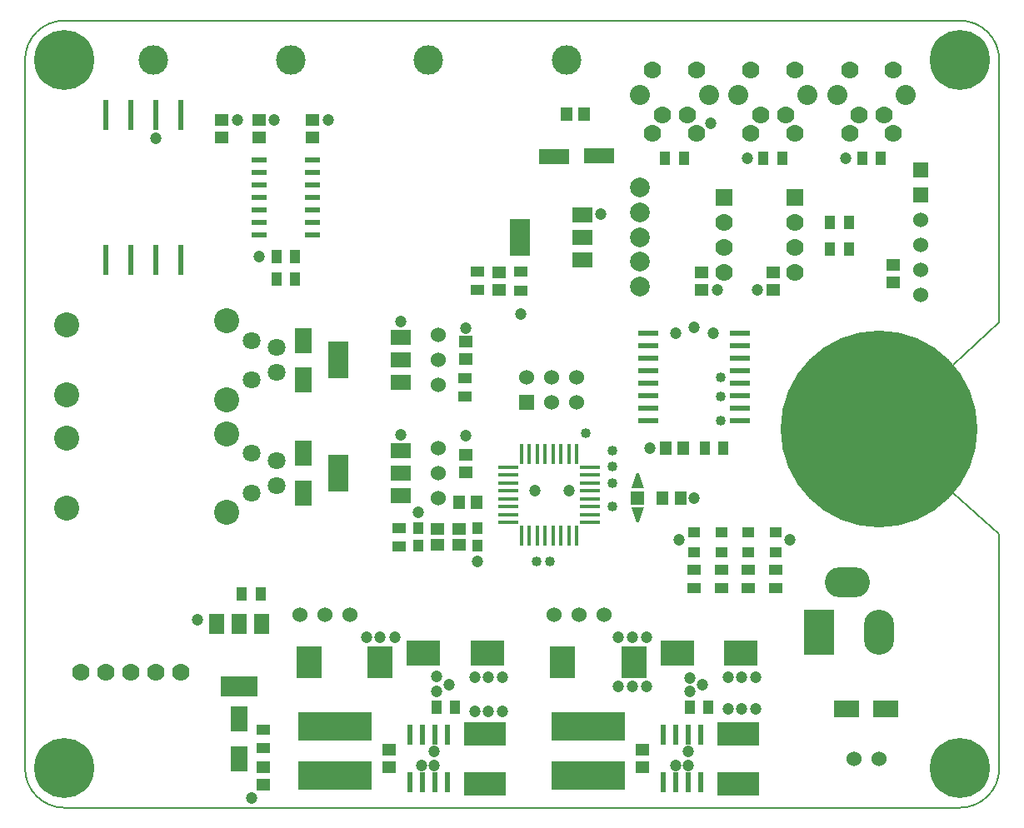
<source format=gts>
G04 #@! TF.FileFunction,Soldermask,Top*
%FSLAX46Y46*%
G04 Gerber Fmt 4.6, Leading zero omitted, Abs format (unit mm)*
G04 Created by KiCad (PCBNEW 4.0.0-2.201512072331+6194~38~ubuntu15.04.1-stable) date Thu Dec 10 12:53:29 2015*
%MOMM*%
G01*
G04 APERTURE LIST*
%ADD10C,0.025400*%
%ADD11C,0.127000*%
%ADD12C,1.200000*%
%ADD13C,1.016000*%
%ADD14C,20.000000*%
%ADD15R,3.048000X1.625600*%
%ADD16R,1.700000X2.500000*%
%ADD17R,2.500000X1.700000*%
%ADD18R,1.270000X1.016000*%
%ADD19R,1.400000X1.400000*%
%ADD20R,1.524000X1.524000*%
%ADD21C,1.524000*%
%ADD22C,1.778000*%
%ADD23R,1.778000X1.778000*%
%ADD24C,2.540000*%
%ADD25C,1.800000*%
%ADD26O,3.048000X4.572000*%
%ADD27R,3.048000X4.572000*%
%ADD28O,4.572000X3.048000*%
%ADD29R,2.032000X3.810000*%
%ADD30R,2.032000X1.524000*%
%ADD31R,3.810000X2.032000*%
%ADD32R,1.524000X2.032000*%
%ADD33C,6.096000*%
%ADD34C,2.032000*%
%ADD35R,1.998980X0.599440*%
%ADD36R,1.998980X0.449580*%
%ADD37R,0.449580X1.998980*%
%ADD38R,1.400000X1.200000*%
%ADD39R,1.000000X1.450000*%
%ADD40R,1.450000X1.000000*%
%ADD41R,1.100000X1.150000*%
%ADD42C,2.000000*%
%ADD43C,3.000000*%
%ADD44R,2.600000X3.200000*%
%ADD45R,0.609600X2.032000*%
%ADD46R,1.450000X1.150000*%
%ADD47R,1.150000X1.450000*%
%ADD48R,4.300000X2.400000*%
%ADD49R,3.500000X2.500000*%
%ADD50R,7.500000X3.000000*%
%ADD51R,0.609600X3.048000*%
%ADD52R,1.549400X0.596900*%
G04 APERTURE END LIST*
D10*
D11*
X4000000Y0D02*
X95000000Y0D01*
X99000000Y49300000D02*
X94300000Y45000000D01*
X99000000Y76000000D02*
X99000000Y49300000D01*
X94300000Y38500000D02*
X94300000Y45000000D01*
X94300000Y32000000D02*
X94300000Y38500000D01*
X99000000Y27800000D02*
X94300000Y32000000D01*
X99000000Y4000000D02*
X99000000Y27800000D01*
X0Y76000000D02*
X0Y4000000D01*
X95000000Y80000000D02*
X4000000Y80000000D01*
X99000000Y76000000D02*
G75*
G03X95000000Y80000000I-4000000J0D01*
G01*
X95000000Y0D02*
G75*
G03X99000000Y4000000I0J4000000D01*
G01*
X0Y4000000D02*
G75*
G03X4000000Y0I4000000J0D01*
G01*
X4000000Y80000000D02*
G75*
G03X0Y76000000I0J-4000000D01*
G01*
D12*
X60300000Y12300000D03*
X61750000Y12300000D03*
X63200000Y12300000D03*
X50350000Y50200000D03*
X45700000Y9750000D03*
X47100000Y9750000D03*
X45700000Y13250000D03*
X47100000Y13250000D03*
X71450000Y10000000D03*
X72850000Y10000000D03*
X71450000Y13250000D03*
X72850000Y13250000D03*
X63200000Y17300000D03*
X61750000Y17300000D03*
X37600000Y17300000D03*
X67600000Y13200000D03*
X68800000Y12500000D03*
X67400000Y4300000D03*
X67400000Y5700000D03*
X66100000Y4300000D03*
X41800000Y13300000D03*
X41800000Y11800000D03*
X67600000Y11800000D03*
X41600000Y5700000D03*
X43100000Y12500000D03*
X41600000Y4300000D03*
X23000000Y1000000D03*
X74250000Y10000000D03*
X74250000Y13250000D03*
X60300000Y17300000D03*
X48500000Y13250000D03*
X17500000Y19100000D03*
X44750000Y48750000D03*
X63500000Y36500000D03*
X66500000Y27250000D03*
X77750000Y27250000D03*
X68000000Y48800000D03*
X69900000Y48200000D03*
X66100000Y48200000D03*
X46000000Y25000000D03*
X58500000Y60300000D03*
X74400000Y52600000D03*
X70350000Y52600000D03*
X83400000Y66000000D03*
X73400000Y66000000D03*
X69700000Y69600000D03*
X38200000Y49400000D03*
X38200000Y37900000D03*
X68000000Y31500000D03*
X55300000Y32200000D03*
X40000000Y30000000D03*
X51800000Y32200000D03*
X23800000Y56000000D03*
X30800000Y69900000D03*
X21600000Y69900000D03*
X13300000Y68000000D03*
X25300000Y69900000D03*
D13*
X57000000Y38100000D03*
X70700000Y41800000D03*
X70700000Y43700000D03*
X70700000Y39300000D03*
X52000000Y25000000D03*
X59700000Y34700000D03*
X59700000Y36300000D03*
X59650000Y30600000D03*
X59700000Y33000000D03*
X53350000Y25000000D03*
D14*
X86750000Y38500000D03*
D15*
X58336000Y66250000D03*
X53764000Y66186500D03*
D16*
X28250000Y47500000D03*
X28250000Y43500000D03*
X21750000Y5000000D03*
X21750000Y9000000D03*
D17*
X83500000Y10000000D03*
X87500000Y10000000D03*
D18*
X73500000Y25984000D03*
X73500000Y28016000D03*
X70750000Y25984000D03*
X70750000Y28016000D03*
X68000000Y25984000D03*
X68000000Y28016000D03*
X76250000Y25984000D03*
X76250000Y28016000D03*
D16*
X28250000Y36000000D03*
X28250000Y32000000D03*
D10*
G36*
X62123000Y33976500D02*
X62377000Y33976500D01*
X62885000Y32452500D01*
X61615000Y32452500D01*
X62123000Y33976500D01*
X62123000Y33976500D01*
G37*
G36*
X61615000Y30547500D02*
X62885000Y30547500D01*
X62377000Y29023500D01*
X62123000Y29023500D01*
X61615000Y30547500D01*
X61615000Y30547500D01*
G37*
D19*
X62250000Y31500000D03*
D20*
X50960000Y41230000D03*
D21*
X50960000Y43770000D03*
X53500000Y41230000D03*
X53500000Y43770000D03*
X56040000Y41230000D03*
X56040000Y43770000D03*
D20*
X91000000Y64850000D03*
X91000000Y62310000D03*
D21*
X91000000Y59770000D03*
X91000000Y57230000D03*
X91000000Y54690000D03*
X91000000Y52150000D03*
D22*
X78250000Y54440000D03*
X78250000Y56980000D03*
X78250000Y59520000D03*
D23*
X78250000Y62060000D03*
D22*
X71000000Y54440000D03*
X71000000Y56980000D03*
X71000000Y59520000D03*
D23*
X71000000Y62060000D03*
D21*
X42000000Y42960000D03*
X42000000Y45500000D03*
X42000000Y48040000D03*
X84230000Y5000000D03*
X86770000Y5000000D03*
D24*
X4204000Y41944000D03*
X4204000Y49056000D03*
X20460000Y49513200D03*
X20460000Y41486800D03*
D25*
X23000000Y43500000D03*
X23000000Y47500000D03*
X25540000Y44230000D03*
X25540000Y46770000D03*
D26*
X86750000Y17800000D03*
D27*
X80654000Y17800000D03*
D28*
X83575000Y22880000D03*
D21*
X42000000Y31460000D03*
X42000000Y34000000D03*
X42000000Y36540000D03*
D24*
X4204000Y30444000D03*
X4204000Y37556000D03*
X20460000Y38013200D03*
X20460000Y29986800D03*
D25*
X23000000Y32000000D03*
X23000000Y36000000D03*
X25540000Y32730000D03*
X25540000Y35270000D03*
D29*
X31825000Y45500000D03*
D30*
X38175000Y45500000D03*
X38175000Y47786000D03*
X38175000Y43214000D03*
D29*
X50325000Y58000000D03*
D30*
X56675000Y58000000D03*
X56675000Y60286000D03*
X56675000Y55714000D03*
D29*
X31825000Y34000000D03*
D30*
X38175000Y34000000D03*
X38175000Y36286000D03*
X38175000Y31714000D03*
D31*
X21750000Y12325000D03*
D32*
X21750000Y18675000D03*
X19464000Y18675000D03*
X24036000Y18675000D03*
D33*
X4000000Y76000000D03*
X95000000Y76000000D03*
X4000000Y4000000D03*
X95000000Y4000000D03*
D22*
X8210000Y13750000D03*
X15830000Y13750000D03*
X13290000Y13750000D03*
X5670000Y13750000D03*
X10750000Y13750000D03*
X68222500Y75000000D03*
X63777500Y75000000D03*
D34*
X69492500Y72460000D03*
X62507500Y72460000D03*
D22*
X63777500Y68523000D03*
X68222500Y68523000D03*
X64730000Y70428000D03*
X67270000Y70428000D03*
X88222500Y75000000D03*
X83777500Y75000000D03*
D34*
X89492500Y72460000D03*
X82507500Y72460000D03*
D22*
X83777500Y68523000D03*
X88222500Y68523000D03*
X84730000Y70428000D03*
X87270000Y70428000D03*
X78222500Y75000000D03*
X73777500Y75000000D03*
D34*
X79492500Y72460000D03*
X72507500Y72460000D03*
D22*
X73777500Y68523000D03*
X78222500Y68523000D03*
X74730000Y70428000D03*
X77270000Y70428000D03*
D35*
X72650740Y39305000D03*
X72650740Y40575000D03*
X72650740Y41845000D03*
X72650740Y43115000D03*
X72650740Y44385000D03*
X72650740Y45655000D03*
X72650740Y46925000D03*
X72650740Y48195000D03*
X63349260Y48195000D03*
X63349260Y46925000D03*
X63349260Y45655000D03*
X63349260Y44385000D03*
X63349260Y43115000D03*
X63349260Y41845000D03*
X63349260Y40575000D03*
X63349260Y39305000D03*
D36*
X49099640Y29000920D03*
X49099640Y29801020D03*
X49099640Y30601120D03*
X49099640Y31401220D03*
X49099640Y32198780D03*
X49099640Y32998880D03*
X49099640Y33798980D03*
X49099640Y34599080D03*
X57400360Y34599080D03*
X57400360Y29000920D03*
X57400360Y29801020D03*
X57400360Y30601120D03*
X57400360Y31401220D03*
X57400360Y32198780D03*
X57400360Y32998880D03*
X57400360Y33798980D03*
D37*
X50450920Y35950360D03*
X51251020Y35950360D03*
X52051120Y35950360D03*
X52851220Y35950360D03*
X53648780Y35950360D03*
X54448880Y35950360D03*
X55248980Y35950360D03*
X56049080Y35950360D03*
X50450920Y27649640D03*
X51251020Y27649640D03*
X52051120Y27649640D03*
X52851220Y27649640D03*
X53648780Y27649640D03*
X54448880Y27649640D03*
X55248980Y27649640D03*
X56049080Y27649640D03*
D38*
X44100000Y28300000D03*
X41900000Y26700000D03*
X44100000Y26700000D03*
X41900000Y28300000D03*
D12*
X44800000Y37800000D03*
D39*
X76950000Y66000000D03*
X75050000Y66000000D03*
X86950000Y66000000D03*
X85050000Y66000000D03*
D40*
X76250000Y22300000D03*
X76250000Y24200000D03*
D39*
X70950000Y36500000D03*
X69050000Y36500000D03*
D40*
X68000000Y22300000D03*
X68000000Y24200000D03*
X70750000Y22300000D03*
X70750000Y24200000D03*
X73500000Y22300000D03*
X73500000Y24200000D03*
X24250000Y6050000D03*
X24250000Y7950000D03*
X45950000Y54500000D03*
X45950000Y52600000D03*
D39*
X25550000Y56000000D03*
X27450000Y56000000D03*
X83700000Y56750000D03*
X81800000Y56750000D03*
X83700000Y59500000D03*
X81800000Y59500000D03*
X66950000Y66000000D03*
X65050000Y66000000D03*
D41*
X40000000Y26600000D03*
X40000000Y28400000D03*
X46000000Y28400000D03*
X46000000Y26600000D03*
D42*
X62500000Y53000000D03*
X62500000Y55500000D03*
X62500000Y58000000D03*
X62500000Y63000000D03*
X62500000Y60500000D03*
D43*
X27000000Y76000000D03*
X13000000Y76000000D03*
X41000000Y76000000D03*
X55000000Y76000000D03*
D39*
X69450000Y10250000D03*
X67550000Y10250000D03*
X43700000Y10250000D03*
X41800000Y10250000D03*
D12*
X34700000Y17300000D03*
X48500000Y9750000D03*
D44*
X28900000Y14750000D03*
X36100000Y14750000D03*
X54650000Y14750000D03*
X61850000Y14750000D03*
D45*
X39095000Y7413000D03*
X39095000Y2587000D03*
X40365000Y7413000D03*
X41635000Y7413000D03*
X42905000Y7413000D03*
X40365000Y2587000D03*
X41635000Y2587000D03*
X42905000Y2587000D03*
X64845000Y7413000D03*
X64845000Y2587000D03*
X66115000Y7413000D03*
X67385000Y7413000D03*
X68655000Y7413000D03*
X66115000Y2587000D03*
X67385000Y2587000D03*
X68655000Y2587000D03*
D46*
X37000000Y5900000D03*
X37000000Y4100000D03*
X62750000Y5900000D03*
X62750000Y4100000D03*
D47*
X64800000Y31500000D03*
X66600000Y31500000D03*
D46*
X88250000Y55150000D03*
X88250000Y53350000D03*
X29250000Y68100000D03*
X29250000Y69900000D03*
X23750000Y68100000D03*
X23750000Y69900000D03*
X76000000Y54400000D03*
X76000000Y52600000D03*
X20000000Y68100000D03*
X20000000Y69900000D03*
X68750000Y54400000D03*
X68750000Y52600000D03*
X44750000Y45600000D03*
X44750000Y47400000D03*
X24250000Y4150000D03*
X24250000Y2350000D03*
D47*
X56850000Y70450000D03*
X55050000Y70450000D03*
X66900000Y36500000D03*
X65100000Y36500000D03*
X45900000Y31000000D03*
X44100000Y31000000D03*
D46*
X48150000Y52600000D03*
X48150000Y54400000D03*
X44750000Y34100000D03*
X44750000Y35900000D03*
D48*
X46750000Y2460000D03*
X46750000Y7540000D03*
X72500000Y2460000D03*
X72500000Y7540000D03*
D21*
X53760000Y19600000D03*
X56300000Y19600000D03*
X58840000Y19600000D03*
X27960000Y19600000D03*
X30500000Y19600000D03*
X33040000Y19600000D03*
D49*
X40500000Y15750000D03*
X47000000Y15750000D03*
X66250000Y15750000D03*
X72750000Y15750000D03*
D50*
X31500000Y8250000D03*
X31500000Y3250000D03*
X57250000Y8250000D03*
X57250000Y3250000D03*
D51*
X15810000Y70366000D03*
X13270000Y70366000D03*
X10730000Y70366000D03*
X8190000Y70366000D03*
X8190000Y55634000D03*
X10730000Y55634000D03*
X13270000Y55634000D03*
X15810000Y55634000D03*
D39*
X25550000Y53700000D03*
X27450000Y53700000D03*
D12*
X40300000Y4300000D03*
X36100000Y17300000D03*
D40*
X44700000Y41750000D03*
X44700000Y43650000D03*
X38000000Y26550000D03*
X38000000Y28450000D03*
D39*
X22050000Y21700000D03*
X23950000Y21700000D03*
D40*
X50350000Y52550000D03*
X50350000Y54450000D03*
D52*
X23807600Y60730000D03*
X23807600Y59460000D03*
X23807600Y58190000D03*
X29192400Y60730000D03*
X23807600Y64540000D03*
X23807600Y63270000D03*
X23807600Y62000000D03*
X29192400Y63270000D03*
X29192400Y64540000D03*
X29192400Y65810000D03*
X29192400Y59460000D03*
X23807600Y65810000D03*
X29192400Y58190000D03*
X29192400Y62000000D03*
M02*

</source>
